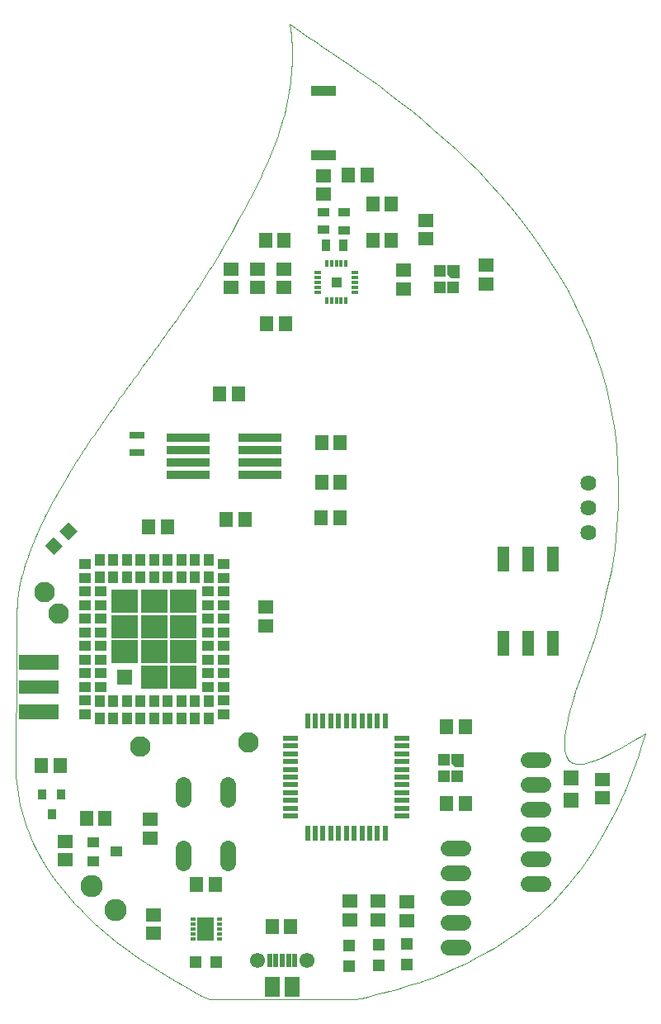
<source format=gts>
G75*
%MOIN*%
%OFA0B0*%
%FSLAX25Y25*%
%IPPOS*%
%LPD*%
%AMOC8*
5,1,8,0,0,1.08239X$1,22.5*
%
%ADD10C,0.00000*%
%ADD11C,0.06400*%
%ADD12C,0.09000*%
%ADD13R,0.05518X0.06306*%
%ADD14R,0.06306X0.05518*%
%ADD15R,0.05900X0.06100*%
%ADD16R,0.17506X0.03550*%
%ADD17C,0.06109*%
%ADD18R,0.01975X0.05715*%
%ADD19R,0.06306X0.07880*%
%ADD20R,0.05124X0.05124*%
%ADD21R,0.05124X0.05124*%
%ADD22R,0.04724X0.05118*%
%ADD23C,0.00200*%
%ADD24R,0.05912X0.03156*%
%ADD25C,0.06400*%
%ADD26C,0.08274*%
%ADD27R,0.06896X0.09770*%
%ADD28C,0.00346*%
%ADD29R,0.03550X0.03943*%
%ADD30R,0.05124X0.03943*%
%ADD31R,0.03943X0.04731*%
%ADD32R,0.04731X0.03943*%
%ADD33R,0.06306X0.06306*%
%ADD34R,0.11030X0.09455*%
%ADD35R,0.06200X0.02400*%
%ADD36R,0.02400X0.06200*%
%ADD37R,0.16400X0.06400*%
%ADD38R,0.16400X0.05400*%
%ADD39R,0.04337X0.04337*%
%ADD40R,0.02959X0.01581*%
%ADD41R,0.01581X0.02959*%
%ADD42R,0.03550X0.05124*%
%ADD43R,0.05124X0.03550*%
%ADD44R,0.10400X0.04400*%
%ADD45R,0.04849X0.10006*%
D10*
X0049225Y0058865D02*
X0046667Y0063028D01*
X0045489Y0065136D01*
X0044414Y0067269D01*
X0043340Y0069403D01*
X0042369Y0071562D01*
X0041504Y0073747D01*
X0040639Y0075932D01*
X0039879Y0078143D01*
X0039227Y0080380D01*
X0038575Y0082617D01*
X0038032Y0084880D01*
X0037164Y0089457D01*
X0036840Y0091771D01*
X0036628Y0094111D01*
X0036417Y0096452D01*
X0036317Y0098818D01*
X0036332Y0101210D01*
X0036356Y0105023D01*
X0036380Y0108837D01*
X0036451Y0120278D01*
X0036475Y0124091D01*
X0036523Y0131719D01*
X0036547Y0135532D01*
X0036594Y0143159D01*
X0036618Y0146973D01*
X0036690Y0158414D01*
X0036713Y0162227D01*
X0036722Y0163669D01*
X0036796Y0165129D01*
X0036929Y0166605D01*
X0037062Y0168081D01*
X0037256Y0169574D01*
X0037755Y0172588D01*
X0038061Y0174109D01*
X0038418Y0175642D01*
X0038776Y0177176D01*
X0038775Y0177166D02*
X0038771Y0177166D01*
X0038775Y0177166D02*
X0039183Y0178717D01*
X0039186Y0178721D02*
X0039644Y0180277D01*
X0040101Y0181833D01*
X0040607Y0183399D01*
X0041157Y0184973D01*
X0041706Y0186547D01*
X0042300Y0188130D01*
X0042934Y0189718D01*
X0043567Y0191306D01*
X0044241Y0192900D01*
X0044950Y0194499D01*
X0045659Y0196097D01*
X0046405Y0197699D01*
X0047181Y0199303D01*
X0047958Y0200907D01*
X0048767Y0202513D01*
X0049604Y0204119D01*
X0050440Y0205725D01*
X0051305Y0207331D01*
X0052192Y0208934D01*
X0053080Y0210537D01*
X0053992Y0212139D01*
X0054923Y0213735D01*
X0055855Y0215332D01*
X0056806Y0216925D01*
X0057772Y0218511D01*
X0058739Y0220097D01*
X0059721Y0221677D01*
X0060715Y0223248D01*
X0061709Y0224820D01*
X0062714Y0226383D01*
X0063727Y0227935D01*
X0064740Y0229487D01*
X0065760Y0231029D01*
X0066784Y0232558D01*
X0067808Y0234088D01*
X0068835Y0235604D01*
X0069862Y0237106D01*
X0070890Y0238611D01*
X0071935Y0240120D01*
X0074055Y0243149D01*
X0075129Y0244669D01*
X0076216Y0246195D01*
X0077303Y0247721D01*
X0078402Y0249253D01*
X0079511Y0250791D01*
X0080620Y0252329D01*
X0081739Y0253872D01*
X0082866Y0255422D01*
X0083992Y0256972D01*
X0085126Y0258529D01*
X0086265Y0260092D01*
X0087405Y0261655D01*
X0088549Y0263224D01*
X0089696Y0264801D01*
X0090844Y0266377D01*
X0091994Y0267960D01*
X0094295Y0271141D01*
X0095446Y0272739D01*
X0096595Y0274344D01*
X0097744Y0275949D01*
X0098891Y0277561D01*
X0100033Y0279181D01*
X0101176Y0280801D01*
X0102314Y0282429D01*
X0103446Y0284065D01*
X0104578Y0285701D01*
X0105703Y0287345D01*
X0106819Y0288997D01*
X0107935Y0290649D01*
X0109041Y0292309D01*
X0110137Y0293978D01*
X0111232Y0295647D01*
X0112316Y0297324D01*
X0113386Y0299010D01*
X0114456Y0300696D01*
X0115512Y0302391D01*
X0116552Y0304096D01*
X0117592Y0305800D01*
X0118616Y0307513D01*
X0119621Y0309235D01*
X0120627Y0310958D01*
X0121613Y0312690D01*
X0123545Y0316173D01*
X0124502Y0317901D01*
X0126391Y0321334D01*
X0127323Y0323040D01*
X0128239Y0324738D01*
X0129155Y0326436D01*
X0130055Y0328126D01*
X0131816Y0331497D01*
X0132676Y0333178D01*
X0133513Y0334857D01*
X0134350Y0336537D01*
X0135163Y0338214D01*
X0135950Y0339893D01*
X0136736Y0341572D01*
X0137495Y0343253D01*
X0138951Y0346623D01*
X0139648Y0348312D01*
X0140311Y0350010D01*
X0140974Y0351707D01*
X0141602Y0353412D01*
X0142192Y0355127D01*
X0142782Y0356843D01*
X0143333Y0358569D01*
X0144352Y0362049D01*
X0144820Y0363803D01*
X0145242Y0365574D01*
X0145664Y0367344D01*
X0146040Y0369132D01*
X0146694Y0372747D01*
X0146972Y0374574D01*
X0147196Y0376425D01*
X0147421Y0378276D01*
X0147592Y0380149D01*
X0147707Y0382049D01*
X0147821Y0383949D01*
X0147879Y0385875D01*
X0147877Y0387830D01*
X0147874Y0389785D01*
X0147811Y0391769D01*
X0147684Y0393786D01*
X0147557Y0395802D01*
X0147366Y0397851D01*
X0147107Y0399936D01*
X0149131Y0398453D01*
X0151591Y0396761D01*
X0154411Y0394854D01*
X0157231Y0392947D01*
X0160410Y0390825D01*
X0163874Y0388481D01*
X0167337Y0386137D01*
X0171083Y0383571D01*
X0175037Y0380777D01*
X0178991Y0377984D01*
X0183152Y0374961D01*
X0187443Y0371705D01*
X0191734Y0368448D01*
X0196156Y0364956D01*
X0200632Y0361224D01*
X0205108Y0357491D01*
X0209638Y0353517D01*
X0214146Y0349295D01*
X0218654Y0345074D01*
X0223140Y0340605D01*
X0227527Y0335881D01*
X0231914Y0331158D01*
X0236203Y0326180D01*
X0240316Y0320942D01*
X0244429Y0315704D01*
X0248368Y0310205D01*
X0255741Y0298673D01*
X0259176Y0292639D01*
X0265391Y0280026D01*
X0268170Y0273445D01*
X0272920Y0259724D01*
X0274890Y0252583D01*
X0277870Y0237729D01*
X0278879Y0230015D01*
X0279783Y0214001D01*
X0279678Y0205701D01*
X0278939Y0197101D01*
X0278200Y0188501D01*
X0276827Y0179602D01*
X0274744Y0170396D01*
X0272662Y0161191D01*
X0269869Y0151680D01*
X0266290Y0141856D01*
X0265184Y0138821D01*
X0264191Y0135982D01*
X0263308Y0133329D01*
X0262425Y0130677D01*
X0261653Y0128213D01*
X0260323Y0123642D01*
X0259767Y0121536D01*
X0258865Y0117666D01*
X0258520Y0115903D01*
X0258279Y0114304D01*
X0258037Y0112704D01*
X0257900Y0111268D01*
X0257863Y0109988D01*
X0257827Y0108708D01*
X0257892Y0107583D01*
X0258056Y0106606D01*
X0258220Y0105629D01*
X0258484Y0104800D01*
X0258844Y0104111D01*
X0259205Y0103421D01*
X0259662Y0102872D01*
X0260214Y0102454D01*
X0260766Y0102037D01*
X0261413Y0101752D01*
X0262892Y0101429D01*
X0263725Y0101391D01*
X0264647Y0101470D01*
X0265570Y0101549D01*
X0266582Y0101744D01*
X0268784Y0102350D01*
X0269974Y0102761D01*
X0272524Y0103785D01*
X0273885Y0104397D01*
X0275330Y0105101D01*
X0276775Y0105806D01*
X0278303Y0106603D01*
X0279914Y0107484D01*
X0281524Y0108366D01*
X0283215Y0109332D01*
X0286758Y0111417D01*
X0288608Y0112537D01*
X0290535Y0113725D01*
X0289087Y0108846D01*
X0287539Y0104197D01*
X0285898Y0099764D01*
X0284257Y0095332D01*
X0282524Y0091117D01*
X0278886Y0083098D01*
X0276981Y0079293D01*
X0274998Y0075682D01*
X0273015Y0072070D01*
X0270953Y0068652D01*
X0268819Y0065414D01*
X0266685Y0062177D01*
X0264480Y0059120D01*
X0262210Y0056233D01*
X0259940Y0053346D01*
X0257605Y0050627D01*
X0255212Y0048066D01*
X0252819Y0045504D01*
X0250368Y0043100D01*
X0247867Y0040840D01*
X0245365Y0038580D01*
X0242813Y0036466D01*
X0237620Y0032501D01*
X0234980Y0030652D01*
X0229625Y0027195D01*
X0226911Y0025587D01*
X0221423Y0022589D01*
X0218649Y0021199D01*
X0213054Y0018611D01*
X0210234Y0017414D01*
X0204561Y0015188D01*
X0201708Y0014160D01*
X0198846Y0013205D01*
X0195985Y0012249D01*
X0193114Y0011366D01*
X0190241Y0010543D01*
X0187368Y0009720D01*
X0184492Y0008958D01*
X0181622Y0008244D01*
X0178751Y0007530D01*
X0175886Y0006864D01*
X0173032Y0006235D01*
X0114522Y0006235D01*
X0111436Y0007801D01*
X0108429Y0009392D01*
X0105503Y0011010D01*
X0102578Y0012627D01*
X0099734Y0014270D01*
X0096974Y0015939D01*
X0094214Y0017608D01*
X0091538Y0019303D01*
X0088948Y0021024D01*
X0086358Y0022744D01*
X0083854Y0024490D01*
X0081438Y0026262D01*
X0079022Y0028034D01*
X0076694Y0029832D01*
X0074457Y0031656D01*
X0072219Y0033480D01*
X0070072Y0035329D01*
X0068018Y0037204D01*
X0065963Y0039080D01*
X0064001Y0040981D01*
X0062134Y0042908D01*
X0060267Y0044834D01*
X0058494Y0046787D01*
X0056819Y0048766D01*
X0055143Y0050744D01*
X0053564Y0052748D01*
X0050605Y0056809D01*
X0049225Y0058865D01*
X0039178Y0178704D02*
X0039191Y0178745D01*
D11*
X0104026Y0093048D02*
X0104026Y0087048D01*
X0104026Y0067448D02*
X0104026Y0061448D01*
X0121826Y0061448D02*
X0121826Y0067448D01*
X0121826Y0087048D02*
X0121826Y0093048D01*
X0211022Y0067468D02*
X0217022Y0067468D01*
X0217022Y0057468D02*
X0211022Y0057468D01*
X0211022Y0047468D02*
X0217022Y0047468D01*
X0217022Y0037468D02*
X0211022Y0037468D01*
X0211022Y0027468D02*
X0217022Y0027468D01*
X0243238Y0053044D02*
X0249238Y0053044D01*
X0249238Y0063044D02*
X0243238Y0063044D01*
X0243238Y0073044D02*
X0249238Y0073044D01*
X0249238Y0083044D02*
X0243238Y0083044D01*
X0243238Y0093044D02*
X0249238Y0093044D01*
X0249238Y0103044D02*
X0243238Y0103044D01*
D12*
X0076664Y0042276D03*
X0066921Y0052020D03*
D13*
X0064855Y0079374D03*
X0072335Y0079374D03*
X0054185Y0100870D03*
X0046705Y0100870D03*
X0109343Y0052878D03*
X0116823Y0052878D03*
X0139874Y0035594D03*
X0147355Y0035594D03*
X0210364Y0085232D03*
X0217844Y0085232D03*
X0217929Y0116278D03*
X0210448Y0116278D03*
X0167165Y0200855D03*
X0159685Y0200855D03*
X0159810Y0215185D03*
X0167291Y0215185D03*
X0167292Y0231054D03*
X0159811Y0231054D03*
X0128870Y0200122D03*
X0121390Y0200122D03*
X0097532Y0196972D03*
X0090052Y0196972D03*
X0118713Y0250713D03*
X0126193Y0250713D03*
X0137650Y0279217D03*
X0145130Y0279217D03*
X0144737Y0312681D03*
X0137256Y0312681D03*
X0170675Y0339065D03*
X0178155Y0339065D03*
X0180563Y0327248D03*
X0188044Y0327248D03*
X0188044Y0312681D03*
X0180563Y0312681D03*
D14*
X0192965Y0300673D03*
X0192965Y0293193D03*
X0202020Y0313272D03*
X0202020Y0320752D03*
X0226430Y0302642D03*
X0226430Y0295161D03*
X0160485Y0331382D03*
X0160485Y0338862D03*
X0144540Y0301067D03*
X0144540Y0293587D03*
X0133910Y0293587D03*
X0133910Y0301067D03*
X0123280Y0301067D03*
X0123280Y0293587D03*
X0137414Y0164689D03*
X0137414Y0157209D03*
X0090603Y0079020D03*
X0090603Y0071539D03*
X0092020Y0040555D03*
X0092020Y0033075D03*
X0056193Y0062681D03*
X0056193Y0070161D03*
X0171359Y0045901D03*
X0171359Y0038421D03*
X0182675Y0038477D03*
X0182675Y0045957D03*
X0194146Y0045623D03*
X0194146Y0038142D03*
X0273424Y0087737D03*
X0273424Y0095218D03*
D15*
X0260727Y0095626D03*
X0260727Y0086826D03*
D16*
X0135022Y0218134D03*
X0135022Y0223134D03*
X0135022Y0228134D03*
X0135022Y0233134D03*
X0106105Y0233134D03*
X0106105Y0228134D03*
X0106105Y0223134D03*
X0106105Y0218134D03*
D17*
X0134115Y0022094D03*
X0153800Y0022094D03*
D18*
X0149075Y0022094D03*
X0146516Y0022094D03*
X0143957Y0022094D03*
X0141398Y0022094D03*
X0138839Y0022094D03*
D19*
X0140020Y0011465D03*
X0147894Y0011465D03*
D20*
X0170802Y0019754D03*
X0170802Y0028021D03*
X0182912Y0028280D03*
X0182912Y0020012D03*
X0194146Y0020291D03*
X0194146Y0028558D03*
X0117374Y0021421D03*
X0109107Y0021421D03*
D21*
G36*
X0051765Y0185861D02*
X0048142Y0189484D01*
X0051765Y0193107D01*
X0055388Y0189484D01*
X0051765Y0185861D01*
G37*
G36*
X0057612Y0191708D02*
X0053989Y0195331D01*
X0057612Y0198954D01*
X0061235Y0195331D01*
X0057612Y0191708D01*
G37*
D22*
X0207532Y0293587D03*
X0207532Y0300280D03*
X0213044Y0293587D03*
X0209202Y0103007D03*
X0209202Y0096314D03*
X0214714Y0096314D03*
D23*
X0213730Y0100547D02*
X0212450Y0101826D01*
X0212450Y0105468D01*
X0216978Y0105468D01*
X0216978Y0100547D01*
X0213730Y0100547D01*
X0213628Y0100648D02*
X0216978Y0100648D01*
X0216978Y0100847D02*
X0213430Y0100847D01*
X0213231Y0101045D02*
X0216978Y0101045D01*
X0216978Y0101244D02*
X0213033Y0101244D01*
X0212834Y0101442D02*
X0216978Y0101442D01*
X0216978Y0101641D02*
X0212636Y0101641D01*
X0212450Y0101839D02*
X0216978Y0101839D01*
X0216978Y0102038D02*
X0212450Y0102038D01*
X0212450Y0102236D02*
X0216978Y0102236D01*
X0216978Y0102435D02*
X0212450Y0102435D01*
X0212450Y0102633D02*
X0216978Y0102633D01*
X0216978Y0102832D02*
X0212450Y0102832D01*
X0212450Y0103030D02*
X0216978Y0103030D01*
X0216978Y0103229D02*
X0212450Y0103229D01*
X0212450Y0103427D02*
X0216978Y0103427D01*
X0216978Y0103626D02*
X0212450Y0103626D01*
X0212450Y0103824D02*
X0216978Y0103824D01*
X0216978Y0104023D02*
X0212450Y0104023D01*
X0212450Y0104221D02*
X0216978Y0104221D01*
X0216978Y0104420D02*
X0212450Y0104420D01*
X0212450Y0104618D02*
X0216978Y0104618D01*
X0216978Y0104817D02*
X0212450Y0104817D01*
X0212450Y0105015D02*
X0216978Y0105015D01*
X0216978Y0105214D02*
X0212450Y0105214D01*
X0212450Y0105412D02*
X0216978Y0105412D01*
X0215307Y0297819D02*
X0212059Y0297819D01*
X0210780Y0299098D01*
X0210780Y0302740D01*
X0215307Y0302740D01*
X0215307Y0297819D01*
X0215307Y0297968D02*
X0211910Y0297968D01*
X0211711Y0298167D02*
X0215307Y0298167D01*
X0215307Y0298365D02*
X0211513Y0298365D01*
X0211314Y0298564D02*
X0215307Y0298564D01*
X0215307Y0298762D02*
X0211116Y0298762D01*
X0210917Y0298961D02*
X0215307Y0298961D01*
X0215307Y0299160D02*
X0210780Y0299160D01*
X0210780Y0299358D02*
X0215307Y0299358D01*
X0215307Y0299557D02*
X0210780Y0299557D01*
X0210780Y0299755D02*
X0215307Y0299755D01*
X0215307Y0299954D02*
X0210780Y0299954D01*
X0210780Y0300152D02*
X0215307Y0300152D01*
X0215307Y0300351D02*
X0210780Y0300351D01*
X0210780Y0300549D02*
X0215307Y0300549D01*
X0215307Y0300748D02*
X0210780Y0300748D01*
X0210780Y0300946D02*
X0215307Y0300946D01*
X0215307Y0301145D02*
X0210780Y0301145D01*
X0210780Y0301343D02*
X0215307Y0301343D01*
X0215307Y0301542D02*
X0210780Y0301542D01*
X0210780Y0301740D02*
X0215307Y0301740D01*
X0215307Y0301939D02*
X0210780Y0301939D01*
X0210780Y0302137D02*
X0215307Y0302137D01*
X0215307Y0302336D02*
X0210780Y0302336D01*
X0210780Y0302534D02*
X0215307Y0302534D01*
X0215307Y0302733D02*
X0210780Y0302733D01*
D24*
X0085445Y0233902D03*
X0085445Y0227209D03*
D25*
X0267572Y0214822D03*
X0267572Y0204822D03*
X0267572Y0194822D03*
D26*
X0130450Y0109914D03*
X0086705Y0108272D03*
X0053477Y0162209D03*
X0048044Y0170870D03*
D27*
X0113083Y0034846D03*
D28*
X0108681Y0035365D02*
X0108681Y0034327D01*
X0106855Y0034327D01*
X0106855Y0035365D01*
X0108681Y0035365D01*
X0108681Y0034672D02*
X0106855Y0034672D01*
X0106855Y0035017D02*
X0108681Y0035017D01*
X0108681Y0035362D02*
X0106855Y0035362D01*
X0108681Y0036296D02*
X0108681Y0037334D01*
X0108681Y0036296D02*
X0106855Y0036296D01*
X0106855Y0037334D01*
X0108681Y0037334D01*
X0108681Y0036641D02*
X0106855Y0036641D01*
X0106855Y0036986D02*
X0108681Y0036986D01*
X0108681Y0037331D02*
X0106855Y0037331D01*
X0108681Y0038264D02*
X0108681Y0039302D01*
X0108681Y0038264D02*
X0106855Y0038264D01*
X0106855Y0039302D01*
X0108681Y0039302D01*
X0108681Y0038609D02*
X0106855Y0038609D01*
X0106855Y0038954D02*
X0108681Y0038954D01*
X0108681Y0039299D02*
X0106855Y0039299D01*
X0108681Y0033397D02*
X0108681Y0032359D01*
X0106855Y0032359D01*
X0106855Y0033397D01*
X0108681Y0033397D01*
X0108681Y0032704D02*
X0106855Y0032704D01*
X0106855Y0033049D02*
X0108681Y0033049D01*
X0108681Y0033394D02*
X0106855Y0033394D01*
X0108681Y0031428D02*
X0108681Y0030390D01*
X0106855Y0030390D01*
X0106855Y0031428D01*
X0108681Y0031428D01*
X0108681Y0030735D02*
X0106855Y0030735D01*
X0106855Y0031080D02*
X0108681Y0031080D01*
X0108681Y0031425D02*
X0106855Y0031425D01*
X0119311Y0031428D02*
X0119311Y0030390D01*
X0117485Y0030390D01*
X0117485Y0031428D01*
X0119311Y0031428D01*
X0119311Y0030735D02*
X0117485Y0030735D01*
X0117485Y0031080D02*
X0119311Y0031080D01*
X0119311Y0031425D02*
X0117485Y0031425D01*
X0119311Y0032359D02*
X0119311Y0033397D01*
X0119311Y0032359D02*
X0117485Y0032359D01*
X0117485Y0033397D01*
X0119311Y0033397D01*
X0119311Y0032704D02*
X0117485Y0032704D01*
X0117485Y0033049D02*
X0119311Y0033049D01*
X0119311Y0033394D02*
X0117485Y0033394D01*
X0119311Y0034327D02*
X0119311Y0035365D01*
X0119311Y0034327D02*
X0117485Y0034327D01*
X0117485Y0035365D01*
X0119311Y0035365D01*
X0119311Y0034672D02*
X0117485Y0034672D01*
X0117485Y0035017D02*
X0119311Y0035017D01*
X0119311Y0035362D02*
X0117485Y0035362D01*
X0119311Y0036296D02*
X0119311Y0037334D01*
X0119311Y0036296D02*
X0117485Y0036296D01*
X0117485Y0037334D01*
X0119311Y0037334D01*
X0119311Y0036641D02*
X0117485Y0036641D01*
X0117485Y0036986D02*
X0119311Y0036986D01*
X0119311Y0037331D02*
X0117485Y0037331D01*
X0119311Y0038264D02*
X0119311Y0039302D01*
X0119311Y0038264D02*
X0117485Y0038264D01*
X0117485Y0039302D01*
X0119311Y0039302D01*
X0119311Y0038609D02*
X0117485Y0038609D01*
X0117485Y0038954D02*
X0119311Y0038954D01*
X0119311Y0039299D02*
X0117485Y0039299D01*
D29*
X0054579Y0089020D03*
X0047099Y0089020D03*
X0050839Y0081146D03*
D30*
X0067650Y0069650D03*
X0067650Y0062169D03*
X0077099Y0065909D03*
D31*
X0075681Y0119807D03*
X0070170Y0119807D03*
X0070170Y0126657D03*
X0075681Y0126657D03*
X0081193Y0126657D03*
X0086705Y0126657D03*
X0092217Y0126657D03*
X0097729Y0126657D03*
X0103241Y0126657D03*
X0108752Y0126657D03*
X0114264Y0126657D03*
X0114264Y0119807D03*
X0108752Y0119807D03*
X0103241Y0119807D03*
X0097729Y0119807D03*
X0092217Y0119807D03*
X0086705Y0119807D03*
X0081193Y0119807D03*
X0081193Y0176736D03*
X0081193Y0183587D03*
X0075681Y0183587D03*
X0075681Y0176736D03*
X0070170Y0176736D03*
X0070170Y0183587D03*
X0086705Y0183587D03*
X0086705Y0176736D03*
X0092217Y0176736D03*
X0092217Y0183587D03*
X0097729Y0183587D03*
X0097729Y0176736D03*
X0103241Y0176736D03*
X0103241Y0183587D03*
X0108752Y0183587D03*
X0108752Y0176736D03*
X0114264Y0176736D03*
X0114264Y0183587D03*
D32*
X0120170Y0182012D03*
X0120170Y0176500D03*
X0120170Y0170988D03*
X0120170Y0165476D03*
X0120170Y0159965D03*
X0120170Y0154453D03*
X0120170Y0148941D03*
X0120170Y0143429D03*
X0120170Y0137917D03*
X0120170Y0132406D03*
X0120170Y0126894D03*
X0120170Y0121382D03*
X0113870Y0132406D03*
X0113870Y0137917D03*
X0113870Y0143429D03*
X0113870Y0148941D03*
X0113870Y0154453D03*
X0113870Y0159965D03*
X0113870Y0165476D03*
X0113870Y0170988D03*
X0070563Y0170988D03*
X0070563Y0165476D03*
X0070563Y0159965D03*
X0070563Y0154453D03*
X0070563Y0148941D03*
X0070563Y0143429D03*
X0070563Y0137917D03*
X0070563Y0132406D03*
X0064264Y0132406D03*
X0064264Y0137917D03*
X0064264Y0143429D03*
X0064264Y0148941D03*
X0064264Y0154453D03*
X0064264Y0159965D03*
X0064264Y0165476D03*
X0064264Y0170988D03*
X0064264Y0176500D03*
X0064264Y0182012D03*
X0064264Y0126894D03*
X0064264Y0121382D03*
D33*
X0080406Y0136343D03*
D34*
X0080406Y0146579D03*
X0080406Y0156815D03*
X0080406Y0167051D03*
X0092217Y0167051D03*
X0092217Y0156815D03*
X0092217Y0146579D03*
X0092217Y0136343D03*
X0104028Y0136343D03*
X0104028Y0146579D03*
X0104028Y0156815D03*
X0104028Y0167051D03*
D35*
X0147232Y0111728D03*
X0147232Y0108628D03*
X0147232Y0105428D03*
X0147232Y0102328D03*
X0147232Y0099128D03*
X0147232Y0096028D03*
X0147232Y0092928D03*
X0147232Y0089728D03*
X0147232Y0086628D03*
X0147232Y0083428D03*
X0147232Y0080328D03*
X0192432Y0080328D03*
X0192432Y0083428D03*
X0192432Y0086628D03*
X0192432Y0089728D03*
X0192432Y0092928D03*
X0192432Y0096028D03*
X0192432Y0099128D03*
X0192432Y0102328D03*
X0192432Y0105428D03*
X0192432Y0108628D03*
X0192432Y0111728D03*
D36*
X0185532Y0118628D03*
X0182432Y0118628D03*
X0179232Y0118628D03*
X0176132Y0118628D03*
X0172932Y0118628D03*
X0169832Y0118628D03*
X0166732Y0118628D03*
X0163532Y0118628D03*
X0160432Y0118628D03*
X0157232Y0118628D03*
X0154132Y0118628D03*
X0154132Y0073428D03*
X0157232Y0073428D03*
X0160432Y0073428D03*
X0163532Y0073428D03*
X0166732Y0073428D03*
X0169832Y0073428D03*
X0172932Y0073428D03*
X0176132Y0073428D03*
X0179232Y0073428D03*
X0182432Y0073428D03*
X0185532Y0073428D03*
D37*
X0045650Y0122287D03*
X0045650Y0142287D03*
D38*
X0045650Y0132287D03*
D39*
X0165800Y0295752D03*
D40*
X0158319Y0295752D03*
X0158319Y0297720D03*
X0158319Y0299689D03*
X0158319Y0293783D03*
X0158319Y0291815D03*
X0173280Y0291815D03*
X0173280Y0293783D03*
X0173280Y0295752D03*
X0173280Y0297720D03*
X0173280Y0299689D03*
D41*
X0169737Y0303232D03*
X0167768Y0303232D03*
X0165800Y0303232D03*
X0163831Y0303232D03*
X0161863Y0303232D03*
X0161863Y0288272D03*
X0163831Y0288272D03*
X0165800Y0288272D03*
X0167768Y0288272D03*
X0169737Y0288272D03*
D42*
X0168712Y0310637D03*
X0161625Y0310637D03*
D43*
X0160528Y0316971D03*
X0160528Y0324058D03*
X0168793Y0323948D03*
X0168793Y0316861D03*
D44*
X0160681Y0346925D03*
X0160681Y0372925D03*
D45*
X0233359Y0183941D03*
X0243359Y0183941D03*
X0253359Y0183941D03*
X0253359Y0150083D03*
X0243359Y0150083D03*
X0233359Y0150083D03*
M02*

</source>
